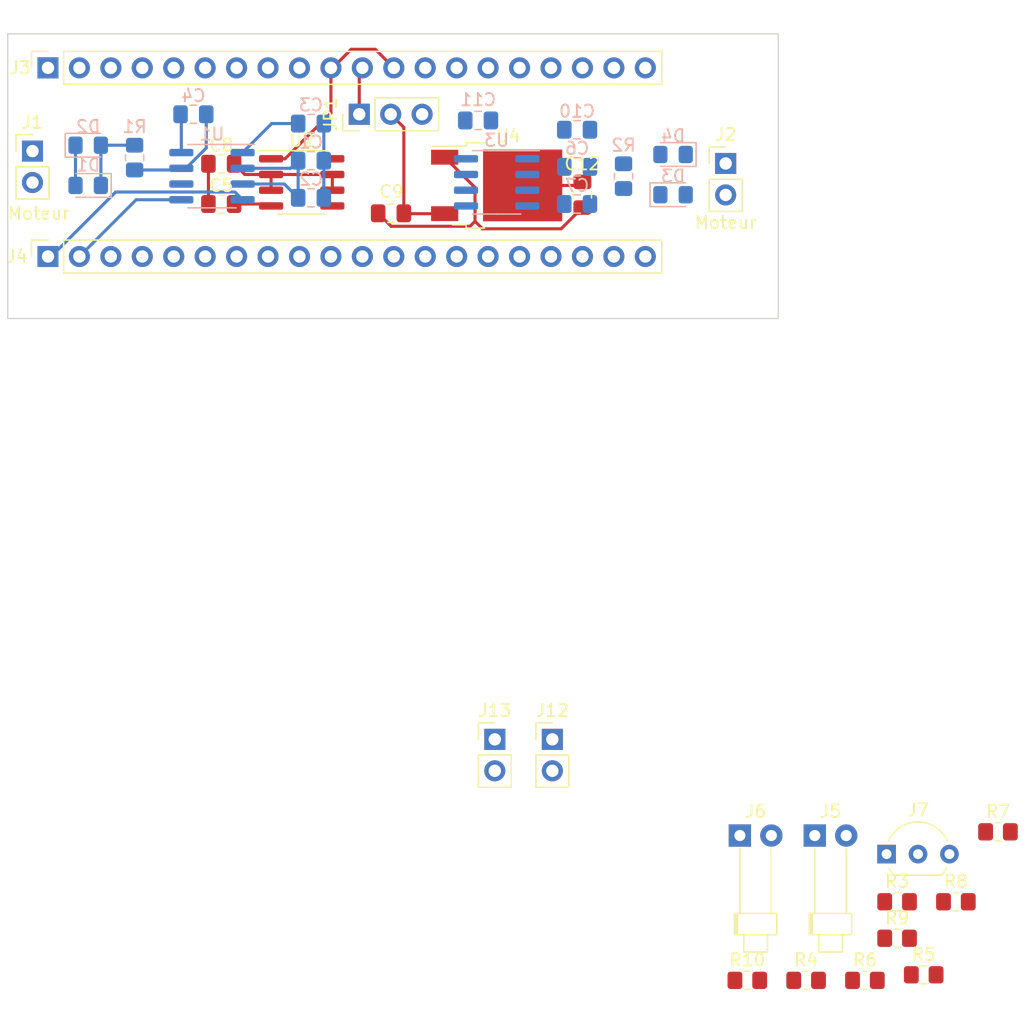
<source format=kicad_pcb>
(kicad_pcb (version 20211014) (generator pcbnew)
  (layers (0 "F.Cu" signal) (31 "B.Cu" signal) (34 "B.Paste" user) (35 "F.Paste" user) (36 "B.SilkS" user "B.Silkscreen") (37 "F.SilkS" user "F.Silkscreen") (38 "B.Mask" user) (39 "F.Mask" user) (44 "Edge.Cuts" user))
  (net 0 "")
  (net 1 "/Carte Mere/6V")
  (net 2 "GND")
  (net 3 "Net-(C3-Pad1)")
  (net 4 "Net-(C4-Pad1)")
  (net 5 "/Carte Mere/9V")
  (net 6 "/Carte Mere/5V")
  (net 7 "Net-(C9-Pad1)")
  (net 8 "Net-(C10-Pad1)")
  (net 9 "Net-(C11-Pad1)")
  (net 10 "/Carte Mere/3.3V")
  (net 11 "Net-(D1-Pad1)")
  (net 12 "Net-(D3-Pad1)")
  (net 13 "/Carte Mere/P31_RX")
  (net 14 "/Carte Mere/P30_TX")
  (net 15 "/Carte Mere/P0")
  (net 16 "/Carte Mere/P1")
  (net 25 "Net-(J8-Pad1)")
  (net 27 "Net-(J8-Pad2)")
  (net 29 "Net-(J9-Pad1)")
  (net 31 "Net-(J9-Pad2)")
  (net 33 "Net-(J10-Pad1)")
  (net 35 "Net-(J10-Pad2)")
  (net 37 "Net-(J11-Pad1)")
  (net 39 "Net-(J11-Pad2)")
  (net 41 "/Carte Mere/P2")
  (net 42 "/Carte Mere/P3")
  (net 43 "/Carte Mere/P29_SDA")
  (net 44 "/Carte Mere/P28_SCL")
  (net 45 "/Carte Mere/P27")
  (net 46 "/Carte Mere/P26")
  (net 47 "/Carte Mere/P25")
  (net 48 "/Carte Mere/P24")
  (net 49 "/Carte Mere/P23")
  (net 50 "/Carte Mere/P22")
  (net 51 "/Carte Mere/P21")
  (net 52 "/Carte Mere/P20")
  (net 53 "/Carte Mere/P19")
  (net 54 "/Carte Mere/P18")
  (net 55 "/Carte Mere/P17")
  (net 56 "/Carte Mere/P16")
  (net 57 "/Carte Mere/P4")
  (net 58 "/Carte Mere/P5")
  (net 59 "/Carte Mere/P6")
  (net 60 "/Carte Mere/P7")
  (net 61 "/Carte Mere/RESET")
  (net 63 "/Carte Mere/P8")
  (net 64 "/Carte Mere/P9")
  (net 65 "/Carte Mere/P10")
  (net 66 "/Carte Mere/P11")
  (net 67 "/Carte Mere/P12")
  (net 68 "/Carte Mere/P13")
  (net 69 "/Carte Mere/P14")
  (net 70 "/Carte Mere/P15")
  (footprint "Resistor_SMD:R_0805_2012Metric_Pad1.20x1.40mm_HandSolder" (layer "F.Cu") (at 176.6 119.87)
    (fp_text reference "R8" (at 0 -1.65) (layer "F.SilkS"))
    (fp_text value "10kΩ")
    (fp_line (start -0.227064 -0.735) (end 0.227064 -0.735) (layer "F.SilkS") (width 0.12))
    (fp_line (start -0.227064 0.735) (end 0.227064 0.735) (layer "F.SilkS") (width 0.12))
    (pad "1" smd roundrect (at -1 0) (size 1.2 1.4) (layers "F.Cu" "F.Paste" "F.Mask") (roundrect_rratio 0.208333))
    (pad "2" smd roundrect (at 1 0) (size 1.2 1.4) (layers "F.Cu" "F.Paste" "F.Mask") (roundrect_rratio 0.208333) (net 35 "Net-(J10-Pad2)"))
  )
  (footprint "Resistor_SMD:R_0805_2012Metric_Pad1.20x1.40mm_HandSolder" (layer "F.Cu") (at 164.5 126.22)
    (fp_text reference "R4" (at 0 -1.65) (layer "F.SilkS"))
    (fp_text value "10kΩ")
    (fp_line (start -0.227064 -0.735) (end 0.227064 -0.735) (layer "F.SilkS") (width 0.12))
    (fp_line (start -0.227064 0.735) (end 0.227064 0.735) (layer "F.SilkS") (width 0.12))
    (pad "1" smd roundrect (at -1 0) (size 1.2 1.4) (layers "F.Cu" "F.Paste" "F.Mask") (roundrect_rratio 0.208333))
    (pad "2" smd roundrect (at 1 0) (size 1.2 1.4) (layers "F.Cu" "F.Paste" "F.Mask") (roundrect_rratio 0.208333) (net 27 "Net-(J8-Pad2)"))
  )
  (footprint "Connector_PinHeader_2.54mm:PinHeader_1x02_P2.54mm_Vertical" (layer "F.Cu") (at 144 106.75)
    (fp_text reference "J12" (at 0 -2.33) (layer "F.SilkS"))
    (fp_text value "Alim 6V")
    (fp_line (start -1.33 0) (end -1.33 -1.33) (layer "F.SilkS") (width 0.12))
    (fp_line (start -1.33 1.27) (end 1.33 1.27) (layer "F.SilkS") (width 0.12))
    (fp_line (start -1.33 -1.33) (end 0 -1.33) (layer "F.SilkS") (width 0.12))
    (fp_line (start -1.33 1.27) (end -1.33 3.87) (layer "F.SilkS") (width 0.12))
    (fp_line (start 1.33 1.27) (end 1.33 3.87) (layer "F.SilkS") (width 0.12))
    (fp_line (start -1.33 3.87) (end 1.33 3.87) (layer "F.SilkS") (width 0.12))
    (pad "1" thru_hole rect (at 0 0) (size 1.7 1.7) (drill 1) (layers *.Cu *.Mask))
    (pad "2" thru_hole oval (at 0 2.54) (size 1.7 1.7) (drill 1) (layers *.Cu *.Mask))
  )
  (footprint "Connector_PinHeader_2.54mm:PinHeader_1x02_P2.54mm_Vertical" (layer "F.Cu") (at 139.35 106.75)
    (fp_text reference "J13" (at 0 -2.33) (layer "F.SilkS"))
    (fp_text value "Alim 9V")
    (fp_line (start -1.33 1.27) (end -1.33 3.87) (layer "F.SilkS") (width 0.12))
    (fp_line (start -1.33 -1.33) (end 0 -1.33) (layer "F.SilkS") (width 0.12))
    (fp_line (start -1.33 3.87) (end 1.33 3.87) (layer "F.SilkS") (width 0.12))
    (fp_line (start -1.33 1.27) (end 1.33 1.27) (layer "F.SilkS") (width 0.12))
    (fp_line (start 1.33 1.27) (end 1.33 3.87) (layer "F.SilkS") (width 0.12))
    (fp_line (start -1.33 0) (end -1.33 -1.33) (layer "F.SilkS") (width 0.12))
    (pad "1" thru_hole rect (at 0 0) (size 1.7 1.7) (drill 1) (layers *.Cu *.Mask))
    (pad "2" thru_hole oval (at 0 2.54) (size 1.7 1.7) (drill 1) (layers *.Cu *.Mask))
  )
  (footprint "Package_SO:SOIC-8_3.9x4.9mm_P1.27mm" (layer "F.Cu") (at 123.75 61.75)
    (fp_text reference "U2" (at 0 -3.4) (layer "F.SilkS"))
    (fp_text value "MC33269DR2-5.0G")
    (fp_line (start 0 -2.56) (end -3.45 -2.56) (layer "F.SilkS") (width 0.12))
    (fp_line (start 0 -2.56) (end 1.95 -2.56) (layer "F.SilkS") (width 0.12))
    (fp_line (start 0 2.56) (end -1.95 2.56) (layer "F.SilkS") (width 0.12))
    (fp_line (start 0 2.56) (end 1.95 2.56) (layer "F.SilkS") (width 0.12))
    (pad "1" smd roundrect (at -2.475 -1.905) (size 1.95 0.6) (layers "F.Cu" "F.Paste" "F.Mask") (net 2 "GND"))
    (pad "2" smd roundrect (at -2.475 -0.635) (size 1.95 0.6) (layers "F.Cu" "F.Paste" "F.Mask") (net 6 "/Carte Mere/5V"))
    (pad "3" smd roundrect (at -2.475 0.635) (size 1.95 0.6) (layers "F.Cu" "F.Paste" "F.Mask") (net 6 "/Carte Mere/5V"))
    (pad "4" smd roundrect (at -2.475 1.905) (size 1.95 0.6) (layers "F.Cu" "F.Paste" "F.Mask") (net 5 "/Carte Mere/9V"))
    (pad "5" smd roundrect (at 2.475 1.905) (size 1.95 0.6) (layers "F.Cu" "F.Paste" "F.Mask"))
    (pad "6" smd roundrect (at 2.475 0.635) (size 1.95 0.6) (layers "F.Cu" "F.Paste" "F.Mask") (net 6 "/Carte Mere/5V"))
    (pad "7" smd roundrect (at 2.475 -0.635) (size 1.95 0.6) (layers "F.Cu" "F.Paste" "F.Mask") (net 6 "/Carte Mere/5V"))
    (pad "8" smd roundrect (at 2.475 -1.905) (size 1.95 0.6) (layers "F.Cu" "F.Paste" "F.Mask"))
  )
  (footprint "Resistor_SMD:R_0805_2012Metric_Pad1.20x1.40mm_HandSolder" (layer "F.Cu") (at 174 125.77)
    (fp_text reference "R5" (at 0 -1.65) (layer "F.SilkS"))
    (fp_text value "500Ω")
    (fp_line (start -0.227064 -0.735) (end 0.227064 -0.735) (layer "F.SilkS") (width 0.12))
    (fp_line (start -0.227064 0.735) (end 0.227064 0.735) (layer "F.SilkS") (width 0.12))
    (pad "1" smd roundrect (at -1 0) (size 1.2 1.4) (layers "F.Cu" "F.Paste" "F.Mask") (roundrect_rratio 0.208333))
    (pad "2" smd roundrect (at 1 0) (size 1.2 1.4) (layers "F.Cu" "F.Paste" "F.Mask") (roundrect_rratio 0.208333) (net 29 "Net-(J9-Pad1)"))
  )
  (footprint "Capacitor_SMD:C_0805_2012Metric_Pad1.18x1.45mm_HandSolder" (layer "F.Cu") (at 146.425 62.75 -90)
    (fp_text reference "C12" (at -2.5 0 180) (layer "F.SilkS"))
    (fp_text value "10uf")
    (fp_line (start -0.261252 -0.735) (end 0.261252 -0.735) (layer "F.SilkS") (width 0.12))
    (fp_line (start -0.261252 0.735) (end 0.261252 0.735) (layer "F.SilkS") (width 0.12))
    (pad "1" smd roundrect (at -1.0375 0 270) (size 1.175 1.45) (layers "F.Cu" "F.Paste" "F.Mask") (roundrect_rratio 0.212766) (net 10 "/Carte Mere/3.3V"))
    (pad "2" smd roundrect (at 1.0375 0 270) (size 1.175 1.45) (layers "F.Cu" "F.Paste" "F.Mask") (roundrect_rratio 0.212766) (net 2 "GND"))
  )
  (footprint "Capacitor_SMD:C_0805_2012Metric_Pad1.18x1.45mm_HandSolder" (layer "F.Cu") (at 117.25 60.25 180)
    (fp_text reference "C8" (at 0 1.5) (layer "F.SilkS"))
    (fp_text value "10uf")
    (fp_line (start -0.261252 0.735) (end 0.261252 0.735) (layer "F.SilkS") (width 0.12))
    (fp_line (start -0.261252 -0.735) (end 0.261252 -0.735) (layer "F.SilkS") (width 0.12))
    (pad "1" smd roundrect (at -1.0375 0 180) (size 1.175 1.45) (layers "F.Cu" "F.Paste" "F.Mask") (roundrect_rratio 0.212766) (net 6 "/Carte Mere/5V"))
    (pad "2" smd roundrect (at 1.0375 0 180) (size 1.175 1.45) (layers "F.Cu" "F.Paste" "F.Mask") (roundrect_rratio 0.212766) (net 2 "GND"))
  )
  (footprint "Connector_PinHeader_2.54mm:PinHeader_1x02_P2.54mm_Vertical" (layer "F.Cu") (at 158 60.225)
    (fp_text reference "J2" (at 0 -2.33) (layer "F.SilkS"))
    (fp_text value "Moteur")
    (fp_line (start 1.33 1.27) (end 1.33 3.87) (layer "F.SilkS") (width 0.12))
    (fp_line (start -1.33 0) (end -1.33 -1.33) (layer "F.SilkS") (width 0.12))
    (fp_line (start -1.33 -1.33) (end 0 -1.33) (layer "F.SilkS") (width 0.12))
    (fp_line (start -1.33 3.87) (end 1.33 3.87) (layer "F.SilkS") (width 0.12))
    (fp_line (start -1.33 1.27) (end 1.33 1.27) (layer "F.SilkS") (width 0.12))
    (fp_line (start -1.33 1.27) (end -1.33 3.87) (layer "F.SilkS") (width 0.12))
    (pad "1" thru_hole rect (at 0 0) (size 1.7 1.7) (drill 1) (layers *.Cu *.Mask) (net 9 "Net-(C11-Pad1)"))
    (pad "2" thru_hole oval (at 0 2.54) (size 1.7 1.7) (drill 1) (layers *.Cu *.Mask) (net 8 "Net-(C10-Pad1)"))
  )
  (footprint "Capacitor_SMD:C_0805_2012Metric_Pad1.18x1.45mm_HandSolder" (layer "F.Cu") (at 130.9625 64.25 180)
    (fp_text reference "C9" (at -0.0375 1.75 180) (layer "F.SilkS"))
    (fp_text value "100nf")
    (fp_line (start -0.261252 0.735) (end 0.261252 0.735) (layer "F.SilkS") (width 0.12))
    (fp_line (start -0.261252 -0.735) (end 0.261252 -0.735) (layer "F.SilkS") (width 0.12))
    (pad "1" smd roundrect (at -1.0375 0 180) (size 1.175 1.45) (layers "F.Cu" "F.Paste" "F.Mask") (roundrect_rratio 0.212766) (net 7 "Net-(C9-Pad1)"))
    (pad "2" smd roundrect (at 1.0375 0 180) (size 1.175 1.45) (layers "F.Cu" "F.Paste" "F.Mask") (roundrect_rratio 0.212766) (net 2 "GND"))
  )
  (footprint "Connector_PinSocket_2.54mm:PinSocket_1x20_P2.54mm_Vertical" (layer "F.Cu") (at 103.25 52.5 90)
    (fp_text reference "J3" (at 0 -2.25 180) (layer "F.SilkS"))
    (fp_text value "01x20_Female")
    (fp_line (start 0 -1.33) (end 1.33 -1.33) (layer "F.SilkS") (width 0.12))
    (fp_line (start 1.33 1.27) (end 1.33 49.59) (layer "F.SilkS") (width 0.12))
    (fp_line (start 1.33 -1.33) (end 1.33 0) (layer "F.SilkS") (width 0.12))
    (fp_line (start -1.33 1.27) (end 1.33 1.27) (layer "F.SilkS") (width 0.12))
    (fp_line (start -1.33 1.27) (end -1.33 49.59) (layer "F.SilkS") (width 0.12))
    (fp_line (start -1.33 49.59) (end 1.33 49.59) (layer "F.SilkS") (width 0.12))
    (pad "1" thru_hole rect (at 0 0 90) (size 1.7 1.7) (drill 1) (layers *.Cu *.Mask) (net 13 "/Carte Mere/P31_RX"))
    (pad "2" thru_hole oval (at 0 2.54 90) (size 1.7 1.7) (drill 1) (layers *.Cu *.Mask) (net 14 "/Carte Mere/P30_TX"))
    (pad "3" thru_hole oval (at 0 5.08 90) (size 1.7 1.7) (drill 1) (layers *.Cu *.Mask) (net 43 "/Carte Mere/P29_SDA"))
    (pad "4" thru_hole oval (at 0 7.62 90) (size 1.7 1.7) (drill 1) (layers *.Cu *.Mask) (net 44 "/Carte Mere/P28_SCL"))
    (pad "5" thru_hole oval (at 0 10.16 90) (size 1.7 1.7) (drill 1) (layers *.Cu *.Mask) (net 45 "/Carte Mere/P27"))
    (pad "6" thru_hole oval (at 0 12.7 90) (size 1.7 1.7) (drill 1) (layers *.Cu *.Mask) (net 46 "/Carte Mere/P26"))
    (pad "7" thru_hole oval (at 0 15.24 90) (size 1.7 1.7) (drill 1) (layers *.Cu *.Mask) (net 47 "/Carte Mere/P25"))
    (pad "8" thru_hole oval (at 0 17.78 90) (size 1.7 1.7) (drill 1) (layers *.Cu *.Mask) (net 48 "/Carte Mere/P24"))
    (pad "9" thru_hole oval (at 0 20.32 90) (size 1.7 1.7) (drill 1) (layers *.Cu *.Mask) (net 10 "/Carte Mere/3.3V"))
    (pad "10" thru_hole oval (at 0 22.86 90) (size 1.7 1.7) (drill 1) (layers *.Cu *.Mask) (net 2 "GND"))
    (pad "11" thru_hole oval (at 0 25.4 90) (size 1.7 1.7) (drill 1) (layers *.Cu *.Mask) (net 6 "/Carte Mere/5V"))
    (pad "12" thru_hole oval (at 0 27.94 90) (size 1.7 1.7) (drill 1) (layers *.Cu *.Mask) (net 2 "GND"))
    (pad "13" thru_hole oval (at 0 30.48 90) (size 1.7 1.7) (drill 1) (layers *.Cu *.Mask) (net 49 "/Carte Mere/P23"))
    (pad "14" thru_hole oval (at 0 33.02 90) (size 1.7 1.7) (drill 1) (layers *.Cu *.Mask) (net 50 "/Carte Mere/P22"))
    (pad "15" thru_hole oval (at 0 35.56 90) (size 1.7 1.7) (drill 1) (layers *.Cu *.Mask) (net 51 "/Carte Mere/P21"))
    (pad "16" thru_hole oval (at 0 38.1 90) (size 1.7 1.7) (drill 1) (layers *.Cu *.Mask) (net 52 "/Carte Mere/P20"))
    (pad "17" thru_hole oval (at 0 40.64 90) (size 1.7 1.7) (drill 1) (layers *.Cu *.Mask) (net 53 "/Carte Mere/P19"))
    (pad "18" thru_hole oval (at 0 43.18 90) (size 1.7 1.7) (drill 1) (layers *.Cu *.Mask) (net 54 "/Carte Mere/P18"))
    (pad "19" thru_hole oval (at 0 45.72 90) (size 1.7 1.7) (drill 1) (layers *.Cu *.Mask) (net 55 "/Carte Mere/P17"))
    (pad "20" thru_hole oval (at 0 48.26 90) (size 1.7 1.7) (drill 1) (layers *.Cu *.Mask) (net 56 "/Carte Mere/P16"))
  )
  (footprint "Resistor_SMD:R_0805_2012Metric_Pad1.20x1.40mm_HandSolder" (layer "F.Cu") (at 159.75 126.22)
    (fp_text reference "R10" (at 0 -1.65) (layer "F.SilkS"))
    (fp_text value "10kΩ")
    (fp_line (start -0.227064 0.735) (end 0.227064 0.735) (layer "F.SilkS") (width 0.12))
    (fp_line (start -0.227064 -0.735) (end 0.227064 -0.735) (layer "F.SilkS") (width 0.12))
    (pad "1" smd roundrect (at -1 0) (size 1.2 1.4) (layers "F.Cu" "F.Paste" "F.Mask") (roundrect_rratio 0.208333))
    (pad "2" smd roundrect (at 1 0) (size 1.2 1.4) (layers "F.Cu" "F.Paste" "F.Mask") (roundrect_rratio 0.208333) (net 39 "Net-(J11-Pad2)"))
  )
  (footprint "Connector_PinHeader_2.54mm:PinHeader_1x03_P2.54mm_Vertical" (layer "F.Cu") (at 128.4 56.25 90)
    (fp_text reference "JP1" (at 0 -2.33 90) (layer "F.SilkS"))
    (fp_text value "Jumper_3_Bridge")
    (fp_line (start 1.33 1.27) (end 1.33 6.41) (layer "F.SilkS") (width 0.12))
    (fp_line (start -1.33 -1.33) (end 0 -1.33) (layer "F.SilkS") (width 0.12))
    (fp_line (start -1.33 1.27) (end -1.33 6.41) (layer "F.SilkS") (width 0.12))
    (fp_line (start -1.33 6.41) (end 1.33 6.41) (layer "F.SilkS") (width 0.12))
    (fp_line (start -1.33 0) (end -1.33 -1.33) (layer "F.SilkS") (width 0.12))
    (fp_line (start -1.33 1.27) (end 1.33 1.27) (layer "F.SilkS") (width 0.12))
    (pad "1" thru_hole rect (at 0 0 90) (size 1.7 1.7) (drill 1) (layers *.Cu *.Mask) (net 6 "/Carte Mere/5V"))
    (pad "2" thru_hole oval (at 0 2.54 90) (size 1.7 1.7) (drill 1) (layers *.Cu *.Mask) (net 7 "Net-(C9-Pad1)"))
    (pad "3" thru_hole oval (at 0 5.08 90) (size 1.7 1.7) (drill 1) (layers *.Cu *.Mask) (net 5 "/Carte Mere/9V"))
  )
  (footprint "Resistor_SMD:R_0805_2012Metric_Pad1.20x1.40mm_HandSolder" (layer "F.Cu") (at 180 114.22)
    (fp_text reference "R7" (at 0 -1.65) (layer "F.SilkS"))
    (fp_text value "500Ω")
    (fp_line (start -0.227064 -0.735) (end 0.227064 -0.735) (layer "F.SilkS") (width 0.12))
    (fp_line (start -0.227064 0.735) (end 0.227064 0.735) (layer "F.SilkS") (width 0.12))
    (pad "1" smd roundrect (at -1 0) (size 1.2 1.4) (layers "F.Cu" "F.Paste" "F.Mask") (roundrect_rratio 0.208333))
    (pad "2" smd roundrect (at 1 0) (size 1.2 1.4) (layers "F.Cu" "F.Paste" "F.Mask") (roundrect_rratio 0.208333) (net 33 "Net-(J10-Pad1)"))
  )
  (footprint "Resistor_SMD:R_0805_2012Metric_Pad1.20x1.40mm_HandSolder" (layer "F.Cu") (at 171.85 119.87)
    (fp_text reference "R3" (at 0 -1.65) (layer "F.SilkS"))
    (fp_text value "500Ω")
    (fp_line (start -0.227064 -0.735) (end 0.227064 -0.735) (layer "F.SilkS") (width 0.12))
    (fp_line (start -0.227064 0.735) (end 0.227064 0.735) (layer "F.SilkS") (width 0.12))
    (pad "1" smd roundrect (at -1 0) (size 1.2 1.4) (layers "F.Cu" "F.Paste" "F.Mask") (roundrect_rratio 0.208333))
    (pad "2" smd roundrect (at 1 0) (size 1.2 1.4) (layers "F.Cu" "F.Paste" "F.Mask") (roundrect_rratio 0.208333) (net 25 "Net-(J8-Pad1)"))
  )
  (footprint "Connector_PinSocket_2.54mm:PinSocket_1x20_P2.54mm_Vertical" (layer "F.Cu") (at 103.25 67.74 90)
    (fp_text reference "J4" (at 0 -2.5 180) (layer "F.SilkS"))
    (fp_text value "01x20_Female")
    (fp_line (start 1.33 -1.33) (end 1.33 0) (layer "F.SilkS") (width 0.12))
    (fp_line (start 0 -1.33) (end 1.33 -1.33) (layer "F.SilkS") (width 0.12))
    (fp_line (start -1.33 49.59) (end 1.33 49.59) (layer "F.SilkS") (width 0.12))
    (fp_line (start 1.33 1.27) (end 1.33 49.59) (layer "F.SilkS") (width 0.12))
    (fp_line (start -1.33 1.27) (end 1.33 1.27) (layer "F.SilkS") (width 0.12))
    (fp_line (start -1.33 1.27) (end -1.33 49.59) (layer "F.SilkS") (width 0.12))
    (pad "1" thru_hole rect (at 0 0 90) (size 1.7 1.7) (drill 1) (layers *.Cu *.Mask) (net 15 "/Carte Mere/P0"))
    (pad "2" thru_hole oval (at 0 2.54 90) (size 1.7 1.7) (drill 1) (layers *.Cu *.Mask) (net 16 "/Carte Mere/P1"))
    (pad "3" thru_hole oval (at 0 5.08 90) (size 1.7 1.7) (drill 1) (layers *.Cu *.Mask) (net 41 "/Carte Mere/P2"))
    (pad "4" thru_hole oval (at 0 7.62 90) (size 1.7 1.7) (drill 1) (layers *.Cu *.Mask) (net 42 "/Carte Mere/P3"))
    (pad "5" thru_hole oval (at 0 10.16 90) (size 1.7 1.7) (drill 1) (layers *.Cu *.Mask) (net 57 "/Carte Mere/P4"))
    (pad "6" thru_hole oval (at 0 12.7 90) (size 1.7 1.7) (drill 1) (layers *.Cu *.Mask) (net 58 "/Carte Mere/P5"))
    (pad "7" thru_hole oval (at 0 15.24 90) (size 1.7 1.7) (drill 1) (layers *.Cu *.Mask) (net 59 "/Carte Mere/P6"))
    (pad "8" thru_hole oval (at 0 17.78 90) (size 1.7 1.7) (drill 1) (layers *.Cu *.Mask) (net 60 "/Carte Mere/P7"))
    (pad "9" thru_hole oval (at 0 20.32 90) (size 1.7 1.7) (drill 1) (layers *.Cu *.Mask) (net 2 "GND"))
    (pad "10" thru_hole oval (at 0 22.86 90) (size 1.7 1.7) (drill 1) (layers *.Cu *.Mask) (net 10 "/Carte Mere/3.3V"))
    (pad "11" thru_hole oval (at 0 25.4 90) (size 1.7 1.7) (drill 1) (layers *.Cu *.Mask) (net 61 "/Carte Mere/RESET"))
    (pad "12" thru_hole oval (at 0 27.94 90) (size 1.7 1.7) (drill 1) (layers *.Cu *.Mask))
    (pad "13" thru_hole oval (at 0 30.48 90) (size 1.7 1.7) (drill 1) (layers *.Cu *.Mask) (net 63 "/Carte Mere/P8"))
    (pad "14" thru_hole oval (at 0 33.02 90) (size 1.7 1.7) (drill 1) (layers *.Cu *.Mask) (net 64 "/Carte Mere/P9"))
    (pad "15" thru_hole oval (at 0 35.56 90) (size 1.7 1.7) (drill 1) (layers *.Cu *.Mask) (net 65 "/Carte Mere/P10"))
    (pad "16" thru_hole oval (at 0 38.1 90) (size 1.7 1.7) (drill 1) (layers *.Cu *.Mask) (net 66 "/Carte Mere/P11"))
    (pad "17" thru_hole oval (at 0 40.64 90) (size 1.7 1.7) (drill 1) (layers *.Cu *.Mask) (net 67 "/Carte Mere/P12"))
    (pad "18" thru_hole oval (at 0 43.18 90) (size 1.7 1.7) (drill 1) (layers *.Cu *.Mask) (net 68 "/Carte Mere/P13"))
    (pad "19" thru_hole oval (at 0 45.72 90) (size 1.7 1.7) (drill 1) (layers *.Cu *.Mask) (net 69 "/Carte Mere/P14"))
    (pad "20" thru_hole oval (at 0 48.26 90) (size 1.7 1.7) (drill 1) (layers *.Cu *.Mask) (net 70 "/Carte Mere/P15"))
  )
  (footprint "LED_THT:LED_D1.8mm_W1.8mm_H2.4mm_Horizontal_O6.35mm_Z8.2mm" (layer "F.Cu") (at 159.15 114.52)
    (fp_text reference "J6" (at 1.27 -1.96) (layer "F.SilkS"))
    (fp_text value "IR204")
    (fp_line (start 2.54 6.29) (end 2.54 1.08) (layer "F.SilkS") (width 0.12))
    (fp_line (start 0 6.29) (end 0 6.29) (layer "F.SilkS") (width 0.12))
    (fp_line (start 2.23 9.41) (end 2.23 8.01) (layer "F.SilkS") (width 0.12))
    (fp_line (start 2.98 8.01) (end 2.98 6.29) (layer "F.SilkS") (width 0.12))
    (fp_line (start 0.31 8.01) (end 0.31 9.41) (layer "F.SilkS") (width 0.12))
    (fp_line (start -0.44 8.01) (end 2.98 8.01) (layer "F.SilkS") (width 0.12))
    (fp_line (start 2.54 6.29) (end 2.54 6.29) (layer "F.SilkS") (width 0.12))
    (fp_line (start -0.44 6.29) (end -0.44 8.01) (layer "F.SilkS") (width 0.12))
    (fp_line (start 2.54 1.08) (end 2.54 6.29) (layer "F.SilkS") (width 0.12))
    (fp_line (start -0.32 6.29) (end -0.32 8.01) (layer "F.SilkS") (width 0.12))
    (fp_line (start -0.2 6.29) (end -0.2 8.01) (layer "F.SilkS") (width 0.12))
    (fp_line (start 0 1.08) (end 0 6.29) (layer "F.SilkS") (width 0.12))
    (fp_line (start 0 1.08) (end 0 1.08) (layer "F.SilkS") (width 0.12))
    (fp_line (start 0.31 9.41) (end 2.23 9.41) (layer "F.SilkS") (width 0.12))
    (fp_line (start 2.98 6.29) (end -0.44 6.29) (layer "F.SilkS") (width 0.12))
    (fp_line (start 0 6.29) (end 0 1.08) (layer "F.SilkS") (width 0.12))
    (fp_line (start 2.54 1.08) (end 2.54 1.08) (layer "F.SilkS") (width 0.12))
    (fp_line (start 2.23 8.01) (end 0.31 8.01) (layer "F.SilkS") (width 0.12))
    (pad "1" thru_hole rect (at 0 0) (size 1.8 1.8) (drill 0.9) (layers *.Cu *.Mask))
    (pad "2" thru_hole circle (at 2.54 0) (size 1.8 1.8) (drill 0.9) (layers *.Cu *.Mask))
  )
  (footprint "Package_TO_SOT_THT:TO-92L_Inline_Wide" (layer "F.Cu") (at 171 116.02)
    (fp_text reference "J7" (at 2.54 -3.56) (layer "F.SilkS"))
    (fp_text value "TL1838")
    (fp_line (start 0.6 1.7) (end 4.45 1.7) (layer "F.SilkS") (width 0.12))
    (fp_arc (start 0.1836 -1.098807) (mid 1.143021 -2.192817) (end 2.54 -2.6) (layer "F.SilkS") (width 0.12))
    (fp_arc (start 4.842383 1.112264) (mid 4.666594 1.419753) (end 4.45 1.7) (layer "F.SilkS") (width 0.12))
    (fp_arc (start 0.6 1.7) (mid 0.389183 1.423933) (end 0.217369 1.122045) (layer "F.SilkS") (width 0.12))
    (fp_arc (start 2.54 -2.6) (mid 3.936979 -2.192818) (end 4.8964 -1.098807) (layer "F.SilkS") (width 0.12))
    (pad "1" thru_hole rect (at 0 0) (size 1.5 1.5) (drill 0.8) (layers *.Cu *.Mask))
    (pad "2" thru_hole circle (at 2.54 0) (size 1.5 1.5) (drill 0.8) (layers *.Cu *.Mask))
    (pad "3" thru_hole circle (at 5.08 0) (size 1.5 1.5) (drill 0.8) (layers *.Cu *.Mask))
  )
  (footprint "LED_THT:LED_D1.8mm_W1.8mm_H2.4mm_Horizontal_O6.35mm_Z8.2mm" (layer "F.Cu") (at 165.2 114.52)
    (fp_text reference "J5" (at 1.27 -1.96) (layer "F.SilkS"))
    (fp_text value "IR204")
    (fp_line (start 2.98 8.01) (end 2.98 6.29) (layer "F.SilkS") (width 0.12))
    (fp_line (start 0.31 8.01) (end 0.31 9.41) (layer "F.SilkS") (width 0.12))
    (fp_line (start 2.54 1.08) (end 2.54 6.29) (layer "F.SilkS") (width 0.12))
    (fp_line (start -0.44 6.29) (end -0.44 8.01) (layer "F.SilkS") (width 0.12))
    (fp_line (start -0.2 6.29) (end -0.2 8.01) (layer "F.SilkS") (width 0.12))
    (fp_line (start 2.23 8.01) (end 0.31 8.01) (layer "F.SilkS") (width 0.12))
    (fp_line (start -0.32 6.29) (end -0.32 8.01) (layer "F.SilkS") (width 0.12))
    (fp_line (start 2.54 6.29) (end 2.54 6.29) (layer "F.SilkS") (width 0.12))
    (fp_line (start 2.54 6.29) (end 2.54 1.08) (layer "F.SilkS") (width 0.12))
    (fp_line (start 0 1.08) (end 0 1.08) (layer "F.SilkS") (width 0.12))
    (fp_line (start 2.23 9.41) (end 2.23 8.01) (layer "F.SilkS") (width 0.12))
    (fp_line (start 2.98 6.29) (end -0.44 6.29) (layer "F.SilkS") (width 0.12))
    (fp_line (start 2.54 1.08) (end 2.54 1.08) (layer "F.SilkS") (width 0.12))
    (fp_line (start 0 6.29) (end 0 6.29) (layer "F.SilkS") (width 0.12))
    (fp_line (start 0 6.29) (end 0 1.08) (layer "F.SilkS") (width 0.12))
    (fp_line (start 0.31 9.41) (end 2.23 9.41) (layer "F.SilkS") (width 0.12))
    (fp_line (start -0.44 8.01) (end 2.98 8.01) (layer "F.SilkS") (width 0.12))
    (fp_line (start 0 1.08) (end 0 6.29) (layer "F.SilkS") (width 0.12))
    (pad "1" thru_hole rect (at 0 0) (size 1.8 1.8) (drill 0.9) (layers *.Cu *.Mask))
    (pad "2" thru_hole circle (at 2.54 0) (size 1.8 1.8) (drill 0.9) (layers *.Cu *.Mask))
  )
  (footprint "Resistor_SMD:R_0805_2012Metric_Pad1.20x1.40mm_HandSolder" (layer "F.Cu") (at 171.85 122.82)
    (fp_text reference "R9" (at 0 -1.65) (layer "F.SilkS"))
    (fp_text value "500Ω")
    (fp_line (start -0.227064 0.735) (end 0.227064 0.735) (layer "F.SilkS") (width 0.12))
    (fp_line (start -0.227064 -0.735) (end 0.227064 -0.735) (layer "F.SilkS") (width 0.12))
    (pad "1" smd roundrect (at -1 0) (size 1.2 1.4) (layers "F.Cu" "F.Paste" "F.Mask") (roundrect_rratio 0.208333))
    (pad "2" smd roundrect (at 1 0) (size 1.2 1.4) (layers "F.Cu" "F.Paste" "F.Mask") (roundrect_rratio 0.208333) (net 37 "Net-(J11-Pad1)"))
  )
  (footprint "Resistor_SMD:R_0805_2012Metric_Pad1.20x1.40mm_HandSolder" (layer "F.Cu") (at 169.25 126.22)
    (fp_text reference "R6" (at 0 -1.65) (layer "F.SilkS"))
    (fp_text value "10kΩ")
    (fp_line (start -0.227064 0.735) (end 0.227064 0.735) (layer "F.SilkS") (width 0.12))
    (fp_line (start -0.227064 -0.735) (end 0.227064 -0.735) (layer "F.SilkS") (width 0.12))
    (pad "1" smd roundrect (at -1 0) (size 1.2 1.4) (layers "F.Cu" "F.Paste" "F.Mask") (roundrect_rratio 0.208333))
    (pad "2" smd roundrect (at 1 0) (size 1.2 1.4) (layers "F.Cu" "F.Paste" "F.Mask") (roundrect_rratio 0.208333) (net 31 "Net-(J9-Pad2)"))
  )
  (footprint "Connector_PinHeader_2.54mm:PinHeader_1x02_P2.54mm_Vertical" (layer "F.Cu") (at 102 59.225)
    (fp_text reference "J1" (at 0 -2.33) (layer "F.SilkS"))
    (fp_text value "Moteur")
    (fp_line (start 1.33 1.27) (end 1.33 3.87) (layer "F.SilkS") (width 0.12))
    (fp_line (start -1.33 -1.33) (end 0 -1.33) (layer "F.SilkS") (width 0.12))
    (fp_line (start -1.33 0) (end -1.33 -1.33) (layer "F.SilkS") (width 0.12))
    (fp_line (start -1.33 1.27) (end 1.33 1.27) (layer "F.SilkS") (width 0.12))
    (fp_line (start -1.33 3.87) (end 1.33 3.87) (layer "F.SilkS") (width 0.12))
    (fp_line (start -1.33 1.27) (end -1.33 3.87) (layer "F.SilkS") (width 0.12))
    (pad "1" thru_hole rect (at 0 0) (size 1.7 1.7) (drill 1) (layers *.Cu *.Mask) (net 4 "Net-(C4-Pad1)"))
    (pad "2" thru_hole oval (at 0 2.54) (size 1.7 1.7) (drill 1) (layers *.Cu *.Mask) (net 3 "Net-(C3-Pad1)"))
  )
  (footprint "Capacitor_SMD:C_0805_2012Metric_Pad1.18x1.45mm_HandSolder" (layer "F.Cu") (at 117.25 63.5 180)
    (fp_text reference "C5" (at 0 1.5) (layer "F.SilkS"))
    (fp_text value "0.33uf")
    (fp_line (start -0.261252 0.735) (end 0.261252 0.735) (layer "F.SilkS") (width 0.12))
    (fp_line (start -0.261252 -0.735) (end 0.261252 -0.735) (layer "F.SilkS") (width 0.12))
    (pad "1" smd roundrect (at -1.0375 0 180) (size 1.175 1.45) (layers "F.Cu" "F.Paste" "F.Mask") (roundrect_rratio 0.212766) (net 5 "/Carte Mere/9V"))
    (pad "2" smd roundrect (at 1.0375 0 180) (size 1.175 1.45) (layers "F.Cu" "F.Paste" "F.Mask") (roundrect_rratio 0.212766) (net 2 "GND"))
  )
  (footprint "Package_TO_SOT_SMD:TO-252-2" (layer "F.Cu") (at 139.5 62)
    (fp_text reference "U4" (at 0.925 -4) (layer "F.SilkS"))
    (fp_text value "LD1117S33TR_SOT223")
    (fp_line (start -0.97 3.45) (end -2.47 3.45) (layer "F.SilkS") (width 0.12))
    (fp_line (start -2.47 3.45) (end -2.47 3.18) (layer "F.SilkS") (width 0.12))
    (fp_line (start -2.47 -3.45) (end -2.47 -3.18) (layer "F.SilkS") (width 0.12))
    (fp_line (start -2.47 -3.18) (end -5.3 -3.18) (layer "F.SilkS") (width 0.12))
    (fp_line (start -0.97 -3.45) (end -2.47 -3.45) (layer "F.SilkS") (width 0.12))
    (fp_line (start -2.47 3.18) (end -3.57 3.18) (layer "F.SilkS") (width 0.12))
    (pad "1" smd rect (at -4.2 -2.28) (size 2.2 1.2) (layers "F.Cu" "F.Paste" "F.Mask") (net 2 "GND"))
    (pad "2" smd rect (at 2.1 0) (size 6.4 5.8) (layers "F.Cu" "F.Mask") (net 10 "/Carte Mere/3.3V"))
    (pad "3" smd rect (at -4.2 2.28) (size 2.2 1.2) (layers "F.Cu" "F.Paste" "F.Mask") (net 7 "Net-(C9-Pad1)"))
  )
  (footprint "Diode_SMD:D_0805_2012Metric_Pad1.15x1.40mm_HandSolder" (layer "B.Cu") (at 106.5 58.75)
    (fp_text reference "D2" (at 0 -1.5) (layer "B.SilkS") (effects (justify mirror)))
    (fp_text value "Rouge")
    (fp_line (start 1 0.96) (end -1.86 0.96) (layer "B.SilkS") (width 0.12))
    (fp_line (start -1.86 0.96) (end -1.86 -0.96) (layer "B.SilkS") (width 0.12))
    (fp_line (start -1.86 -0.96) (end 1 -0.96) (layer "B.SilkS") (width 0.12))
    (pad "1" smd roundrect (at -1.025 0) (size 1.15 1.4) (layers "B.Cu" "B.Paste" "B.Mask") (roundrect_rratio 0.217391) (net 3 "Net-(C3-Pad1)"))
    (pad "2" smd roundrect (at 1.025 0) (size 1.15 1.4) (layers "B.Cu" "B.Paste" "B.Mask") (roundrect_rratio 0.217391) (net 11 "Net-(D1-Pad1)"))
  )
  (footprint "Capacitor_SMD:C_0805_2012Metric_Pad1.18x1.45mm_HandSolder" (layer "B.Cu") (at 146 63.5)
    (fp_text reference "C7" (at 0 -1.5) (layer "B.SilkS") (effects (justify mirror)))
    (fp_text value "1uf")
    (fp_line (start -0.261252 -0.735) (end 0.261252 -0.735) (layer "B.SilkS") (width 0.12))
    (fp_line (start -0.261252 0.735) (end 0.261252 0.735) (layer "B.SilkS") (width 0.12))
    (pad "1" smd roundrect (at -1.0375 0) (size 1.175 1.45) (layers "B.Cu" "B.Paste" "B.Mask") (roundrect_rratio 0.212766) (net 1 "/Carte Mere/6V"))
    (pad "2" smd roundrect (at 1.0375 0) (size 1.175 1.45) (layers "B.Cu" "B.Paste" "B.Mask") (roundrect_rratio 0.212766) (net 2 "GND"))
  )
  (footprint "Package_SO:SOIC-8_3.9x4.9mm_P1.27mm" (layer "B.Cu") (at 116.5 61.25 180)
    (fp_text reference "U1" (at 0 3.4) (layer "B.SilkS") (effects (justify mirror)))
    (fp_text value "ZXBM5210-S")
    (fp_line (start 0 2.56) (end -3.45 2.56) (layer "B.SilkS") (width 0.12))
    (fp_line (start 0 -2.56) (end 1.95 -2.56) (layer "B.SilkS") (width 0.12))
    (fp_line (start 0 2.56) (end 1.95 2.56) (layer "B.SilkS") (width 0.12))
    (fp_line (start 0 -2.56) (end -1.95 -2.56) (layer "B.SilkS") (width 0.12))
    (pad "1" smd roundrect (at -2.475 1.905 180) (size 1.95 0.6) (layers "B.Cu" "B.Paste" "B.Mask") (net 3 "Net-(C3-Pad1)"))
    (pad "2" smd roundrect (at -2.475 0.635 180) (size 1.95 0.6) (layers "B.Cu" "B.Paste" "B.Mask") (net 1 "/Carte Mere/6V"))
    (pad "3" smd roundrect (at -2.475 -0.635 180) (size 1.95 0.6) (layers "B.Cu" "B.Paste" "B.Mask") (net 1 "/Carte Mere/6V"))
    (pad "4" smd roundrect (at -2.475 -1.905 180) (size 1.95 0.6) (layers "B.Cu" "B.Paste" "B.Mask") (net 15 "/Carte Mere/P0"))
    (pad "5" smd roundrect (at 2.475 -1.905 180) (size 1.95 0.6) (layers "B.Cu" "B.Paste" "B.Mask") (net 16 "/Carte Mere/P1"))
    (pad "6" smd roundrect (at 2.475 -0.635 180) (size 1.95 0.6) (layers "B.Cu" "B.Paste" "B.Mask") (net 1 "/Carte Mere/6V"))
    (pad "7" smd roundrect (at 2.475 0.635 180) (size 1.95 0.6) (layers "B.Cu" "B.Paste" "B.Mask") (net 4 "Net-(C4-Pad1)"))
    (pad "8" smd roundrect (at 2.475 1.905 180) (size 1.95 0.6) (layers "B.Cu" "B.Paste" "B.Mask") (net 2 "GND"))
  )
  (footprint "Diode_SMD:D_0805_2012Metric_Pad1.15x1.40mm_HandSolder" (layer "B.Cu") (at 106.5 62 180)
    (fp_text reference "D1" (at 0 1.65) (layer "B.SilkS") (effects (justify mirror)))
    (fp_text value "Verte")
    (fp_line (start 1 0.96) (end -1.86 0.96) (layer "B.SilkS") (width 0.12))
    (fp_line (start -1.86 0.96) (end -1.86 -0.96) (layer "B.SilkS") (width 0.12))
    (fp_line (start -1.86 -0.96) (end 1 -0.96) (layer "B.SilkS") (width 0.12))
    (pad "1" smd roundrect (at -1.025 0 180) (size 1.15 1.4) (layers "B.Cu" "B.Paste" "B.Mask") (roundrect_rratio 0.217391) (net 11 "Net-(D1-Pad1)"))
    (pad "2" smd roundrect (at 1.025 0 180) (size 1.15 1.4) (layers "B.Cu" "B.Paste" "B.Mask") (roundrect_rratio 0.217391) (net 3 "Net-(C3-Pad1)"))
  )
  (footprint "Capacitor_SMD:C_0805_2012Metric_Pad1.18x1.45mm_HandSolder" (layer "B.Cu") (at 138 56.75 180)
    (fp_text reference "C11" (at 0 1.68) (layer "B.SilkS") (effects (justify mirror)))
    (fp_text value "0.1uf")
    (fp_line (start -0.261252 0.735) (end 0.261252 0.735) (layer "B.SilkS") (width 0.12))
    (fp_line (start -0.261252 -0.735) (end 0.261252 -0.735) (layer "B.SilkS") (width 0.12))
    (pad "1" smd roundrect (at -1.0375 0 180) (size 1.175 1.45) (layers "B.Cu" "B.Paste" "B.Mask") (roundrect_rratio 0.212766) (net 9 "Net-(C11-Pad1)"))
    (pad "2" smd roundrect (at 1.0375 0 180) (size 1.175 1.45) (layers "B.Cu" "B.Paste" "B.Mask") (roundrect_rratio 0.212766) (net 2 "GND"))
  )
  (footprint "Capacitor_SMD:C_0805_2012Metric_Pad1.18x1.45mm_HandSolder" (layer "B.Cu") (at 124.5 60)
    (fp_text reference "C1" (at 0 -1.5) (layer "B.SilkS") (effects (justify mirror)))
    (fp_text value "1uf")
    (fp_line (start -0.261252 -0.735) (end 0.261252 -0.735) (layer "B.SilkS") (width 0.12))
    (fp_line (start -0.261252 0.735) (end 0.261252 0.735) (layer "B.SilkS") (width 0.12))
    (pad "1" smd roundrect (at -1.0375 0) (size 1.175 1.45) (layers "B.Cu" "B.Paste" "B.Mask") (roundrect_rratio 0.212766) (net 1 "/Carte Mere/6V"))
    (pad "2" smd roundrect (at 1.0375 0) (size 1.175 1.45) (layers "B.Cu" "B.Paste" "B.Mask") (roundrect_rratio 0.212766) (net 2 "GND"))
  )
  (footprint "Capacitor_SMD:C_0805_2012Metric_Pad1.18x1.45mm_HandSolder" (layer "B.Cu") (at 124.5 57)
    (fp_text reference "C3" (at 0 -1.5) (layer "B.SilkS") (effects (justify mirror)))
    (fp_text value "0.1uf")
    (fp_line (start -0.261252 0.735) (end 0.261252 0.735) (layer "B.SilkS") (width 0.12))
    (fp_line (start -0.261252 -0.735) (end 0.261252 -0.735) (layer "B.SilkS") (width 0.12))
    (pad "1" smd roundrect (at -1.0375 0) (size 1.175 1.45) (layers "B.Cu" "B.Paste" "B.Mask") (roundrect_rratio 0.212766) (net 3 "Net-(C3-Pad1)"))
    (pad "2" smd roundrect (at 1.0375 0) (size 1.175 1.45) (layers "B.Cu" "B.Paste" "B.Mask") (roundrect_rratio 0.212766) (net 2 "GND"))
  )
  (footprint "Diode_SMD:D_0805_2012Metric_Pad1.15x1.40mm_HandSolder" (layer "B.Cu") (at 153.75 62.75)
    (fp_text reference "D3" (at 0 -1.5) (layer "B.SilkS") (effects (justify mirror)))
    (fp_text value "Verte")
    (fp_line (start 1 0.96) (end -1.86 0.96) (layer "B.SilkS") (width 0.12))
    (fp_line (start -1.86 0.96) (end -1.86 -0.96) (layer "B.SilkS") (width 0.12))
    (fp_line (start -1.86 -0.96) (end 1 -0.96) (layer "B.SilkS") (width 0.12))
    (pad "1" smd roundrect (at -1.025 0) (size 1.15 1.4) (layers "B.Cu" "B.Paste" "B.Mask") (roundrect_rratio 0.217391) (net 12 "Net-(D3-Pad1)"))
    (pad "2" smd roundrect (at 1.025 0) (size 1.15 1.4) (layers "B.Cu" "B.Paste" "B.Mask") (roundrect_rratio 0.217391) (net 8 "Net-(C10-Pad1)"))
  )
  (footprint "Resistor_SMD:R_0805_2012Metric_Pad1.20x1.40mm_HandSolder" (layer "B.Cu") (at 110.25 59.75 90)
    (fp_text reference "R1" (at 2.5 0) (layer "B.SilkS") (effects (justify mirror)))
    (fp_text value "330")
    (fp_line (start -0.227064 -0.735) (end 0.227064 -0.735) (layer "B.SilkS") (width 0.12))
    (fp_line (start -0.227064 0.735) (end 0.227064 0.735) (layer "B.SilkS") (width 0.12))
    (pad "1" smd roundrect (at -1 0 90) (size 1.2 1.4) (layers "B.Cu" "B.Paste" "B.Mask") (roundrect_rratio 0.208333) (net 4 "Net-(C4-Pad1)"))
    (pad "2" smd roundrect (at 1 0 90) (size 1.2 1.4) (layers "B.Cu" "B.Paste" "B.Mask") (roundrect_rratio 0.208333) (net 11 "Net-(D1-Pad1)"))
  )
  (footprint "Capacitor_SMD:C_0805_2012Metric_Pad1.18x1.45mm_HandSolder" (layer "B.Cu") (at 146 57.5)
    (fp_text reference "C10" (at 0 -1.5) (layer "B.SilkS") (effects (justify mirror)))
    (fp_text value "0.1uf")
    (fp_line (start -0.261252 -0.735) (end 0.261252 -0.735) (layer "B.SilkS") (width 0.12))
    (fp_line (start -0.261252 0.735) (end 0.261252 0.735) (layer "B.SilkS") (width 0.12))
    (pad "1" smd roundrect (at -1.0375 0) (size 1.175 1.45) (layers "B.Cu" "B.Paste" "B.Mask") (roundrect_rratio 0.212766) (net 8 "Net-(C10-Pad1)"))
    (pad "2" smd roundrect (at 1.0375 0) (size 1.175 1.45) (layers "B.Cu" "B.Paste" "B.Mask") (roundrect_rratio 0.212766) (net 2 "GND"))
  )
  (footprint "Capacitor_SMD:C_0805_2012Metric_Pad1.18x1.45mm_HandSolder" (layer "B.Cu") (at 146 60.5)
    (fp_text reference "C6" (at 0 -1.5) (layer "B.SilkS") (effects (justify mirror)))
    (fp_text value "1uf")
    (fp_line (start -0.261252 0.735) (end 0.261252 0.735) (layer "B.SilkS") (width 0.12))
    (fp_line (start -0.261252 -0.735) (end 0.261252 -0.735) (layer "B.SilkS") (width 0.12))
    (pad "1" smd roundrect (at -1.0375 0) (size 1.175 1.45) (layers "B.Cu" "B.Paste" "B.Mask") (roundrect_rratio 0.212766) (net 1 "/Carte Mere/6V"))
    (pad "2" smd roundrect (at 1.0375 0) (size 1.175 1.45) (layers "B.Cu" "B.Paste" "B.Mask") (roundrect_rratio 0.212766) (net 2 "GND"))
  )
  (footprint "Capacitor_SMD:C_0805_2012Metric_Pad1.18x1.45mm_HandSolder" (layer "B.Cu") (at 115 56.25 180)
    (fp_text reference "C4" (at 0 1.5) (layer "B.SilkS") (effects (justify mirror)))
    (fp_text value "0.1uf")
    (fp_line (start -0.261252 0.735) (end 0.261252 0.735) (layer "B.SilkS") (width 0.12))
    (fp_line (start -0.261252 -0.735) (end 0.261252 -0.735) (layer "B.SilkS") (width 0.12))
    (pad "1" smd roundrect (at -1.0375 0 180) (size 1.175 1.45) (layers "B.Cu" "B.Paste" "B.Mask") (roundrect_rratio 0.212766) (net 4 "Net-(C4-Pad1)"))
    (pad "2" smd roundrect (at 1.0375 0 180) (size 1.175 1.45) (layers "B.Cu" "B.Paste" "B.Mask") (roundrect_rratio 0.212766) (net 2 "GND"))
  )
  (footprint "Diode_SMD:D_0805_2012Metric_Pad1.15x1.40mm_HandSolder" (layer "B.Cu") (at 153.75 59.5 180)
    (fp_text reference "D4" (at 0 1.5) (layer "B.SilkS") (effects (justify mirror)))
    (fp_text value "Rouge")
    (fp_line (start 1 0.96) (end -1.86 0.96) (layer "B.SilkS") (width 0.12))
    (fp_line (start -1.86 -0.96) (end 1 -0.96) (layer "B.SilkS") (width 0.12))
    (fp_line (start -1.86 0.96) (end -1.86 -0.96) (layer "B.SilkS") (width 0.12))
    (pad "1" smd roundrect (at -1.025 0 180) (size 1.15 1.4) (layers "B.Cu" "B.Paste" "B.Mask") (roundrect_rratio 0.217391) (net 8 "Net-(C10-Pad1)"))
    (pad "2" smd roundrect (at 1.025 0 180) (size 1.15 1.4) (layers "B.Cu" "B.Paste" "B.Mask") (roundrect_rratio 0.217391) (net 12 "Net-(D3-Pad1)"))
  )
  (footprint "Capacitor_SMD:C_0805_2012Metric_Pad1.18x1.45mm_HandSolder" (layer "B.Cu") (at 124.5 63)
    (fp_text reference "C2" (at 0 -1.5) (layer "B.SilkS") (effects (justify mirror)))
    (fp_text value "1uf")
    (fp_line (start -0.261252 0.735) (end 0.261252 0.735) (layer "B.SilkS") (width 0.12))
    (fp_line (start -0.261252 -0.735) (end 0.261252 -0.735) (layer "B.SilkS") (width 0.12))
    (pad "1" smd roundrect (at -1.0375 0) (size 1.175 1.45) (layers "B.Cu" "B.Paste" "B.Mask") (roundrect_rratio 0.212766) (net 1 "/Carte Mere/6V"))
    (pad "2" smd roundrect (at 1.0375 0) (size 1.175 1.45) (layers "B.Cu" "B.Paste" "B.Mask") (roundrect_rratio 0.212766) (net 2 "GND"))
  )
  (footprint "Resistor_SMD:R_0805_2012Metric_Pad1.20x1.40mm_HandSolder" (layer "B.Cu") (at 149.75 61.25 -90)
    (fp_text reference "R2" (at -2.5 0) (layer "B.SilkS") (effects (justify mirror)))
    (fp_text value "330")
    (fp_line (start -0.227064 0.735) (end 0.227064 0.735) (layer "B.SilkS") (width 0.12))
    (fp_line (start -0.227064 -0.735) (end 0.227064 -0.735) (layer "B.SilkS") (width 0.12))
    (pad "1" smd roundrect (at -1 0 270) (size 1.2 1.4) (layers "B.Cu" "B.Paste" "B.Mask") (roundrect_rratio 0.208333) (net 9 "Net-(C11-Pad1)"))
    (pad "2" smd roundrect (at 1 0 270) (size 1.2 1.4) (layers "B.Cu" "B.Paste" "B.Mask") (roundrect_rratio 0.208333) (net 12 "Net-(D3-Pad1)"))
  )
  (footprint "Package_SO:SOIC-8_3.9x4.9mm_P1.27mm" (layer "B.Cu") (at 139.5 61.75 180)
    (fp_text reference "U3" (at 0 3.4) (layer "B.SilkS") (effects (justify mirror)))
    (fp_text value "ZXBM5210-S")
    (fp_line (start 0 -2.56) (end 1.95 -2.56) (layer "B.SilkS") (width 0.12))
    (fp_line (start 0 2.56) (end -3.45 2.56) (layer "B.SilkS") (width 0.12))
    (fp_line (start 0 -2.56) (end -1.95 -2.56) (layer "B.SilkS") (width 0.12))
    (fp_line (start 0 2.56) (end 1.95 2.56) (layer "B.SilkS") (width 0.12))
    (pad "1" smd roundrect (at -2.475 1.905 180) (size 1.95 0.6) (layers "B.Cu" "B.Paste" "B.Mask") (net 8 "Net-(C10-Pad1)"))
    (pad "2" smd roundrect (at -2.475 0.635 180) (size 1.95 0.6) (layers "B.Cu" "B.Paste" "B.Mask") (net 1 "/Carte Mere/6V"))
    (pad "3" smd roundrect (at -2.475 -0.635 180) (size 1.95 0.6) (layers "B.Cu" "B.Paste" "B.Mask") (net 1 "/Carte Mere/6V"))
    (pad "4" smd roundrect (at -2.475 -1.905 180) (size 1.95 0.6) (layers "B.Cu" "B.Paste" "B.Mask") (net 41 "/Carte Mere/P2"))
    (pad "5" smd roundrect (at 2.475 -1.905 180) (size 1.95 0.6) (layers "B.Cu" "B.Paste" "B.Mask") (net 42 "/Carte Mere/P3"))
    (pad "6" smd roundrect (at 2.475 -0.635 180) (size 1.95 0.6) (layers "B.Cu" "B.Paste" "B.Mask") (net 1 "/Carte Mere/6V"))
    (pad "7" smd roundrect (at 2.475 0.635 180) (size 1.95 0.6) (layers "B.Cu" "B.Paste" "B.Mask") (net 9 "Net-(C11-Pad1)"))
    (pad "8" smd roundrect (at 2.475 1.905 180) (size 1.95 0.6) (layers "B.Cu" "B.Paste" "B.Mask") (net 2 "GND"))
  )
  (gr_rect (start 100 49.75) (end 162.25 72.75) (layer "Edge.Cuts") (width 0.1) (fill none))
  (gr_text "Moteur\n" (at 102.5 64.25) (layer "F.SilkS") (effects (font (size 1 1))))
  (gr_text "Moteur\n" (at 158 65) (layer "F.SilkS") (effects (font (size 1 1))))
  (segment (start 123.4625 63) (end 123.4625 60) (width 0.25) (layer "B.Cu") (net 1))
  (segment (start 118.975 61.885) (end 122.3475 61.885) (width 0.25) (layer "B.Cu") (net 1))
  (segment (start 122.3475 61.885) (end 123.4625 63) (width 0.25) (layer "B.Cu") (net 1))
  (segment (start 122.8475 60.615) (end 118.975 60.615) (width 0.25) (layer "B.Cu") (net 1))
  (segment (start 123.4625 60) (end 122.8475 60.615) (width 0.25) (layer "B.Cu") (net 1))
  (segment (start 122.405 59.845) (end 126.11 56.14) (width 0.25) (layer "F.Cu") (net 2))
  (segment (start 126.11 52.5) (end 126.25 52.5) (width 0.25) (layer "F.Cu") (net 2))
  (segment (start 137.349502 65.29952) (end 130.97452 65.29952) (width 0.25) (layer "F.Cu") (net 2))
  (segment (start 144.7125 65.5) (end 146.425 63.7875) (width 0.25) (layer "F.Cu") (net 2))
  (segment (start 135.3 59.72) (end 137.75 62.17) (width 0.25) (layer "F.Cu") (net 2))
  (segment (start 137.75 64.899022) (end 137.349502 65.29952) (width 0.25) (layer "F.Cu") (net 2))
  (segment (start 121.275 59.845) (end 122.405 59.845) (width 0.25) (layer "F.Cu") (net 2))
  (segment (start 137.75 62.17) (end 137.75 64.899022) (width 0.25) (layer "F.Cu") (net 2))
  (segment (start 116.2125 60.25) (end 116.2125 63.5) (width 0.25) (layer "F.Cu") (net 2))
  (segment (start 127.75 51) (end 129.69 51) (width 0.25) (layer "F.Cu") (net 2))
  (segment (start 130.97452 65.29952) (end 129.925 64.25) (width 0.25) (layer "F.Cu") (net 2))
  (segment (start 137.75 64.899022) (end 138.350978 65.5) (width 0.25) (layer "F.Cu") (net 2))
  (segment (start 129.69 51) (end 131.19 52.5) (width 0.25) (layer "F.Cu") (net 2))
  (segment (start 126.11 56.14) (end 126.11 52.5) (width 0.25) (layer "F.Cu") (net 2))
  (segment (start 138.350978 65.5) (end 144.7125 65.5) (width 0.25) (layer "F.Cu") (net 2))
  (segment (start 126.25 52.5) (end 127.75 51) (width 0.25) (layer "F.Cu") (net 2))
  (segment (start 125.5375 60) (end 125.5375 63) (width 0.25) (layer "B.Cu") (net 2))
  (segment (start 114.025 56.3125) (end 113.9625 56.25) (width 0.25) (layer "B.Cu") (net 2))
  (segment (start 114.025 59.345) (end 114.025 56.3125) (width 0.25) (layer "B.Cu") (net 2))
  (segment (start 125.5375 57) (end 125.5375 60) (width 0.25) (layer "B.Cu") (net 2))
  (segment (start 118.975 59.345) (end 121.32 57) (width 0.25) (layer "B.Cu") (net 3))
  (segment (start 105.475 62) (end 105.475 58.75) (width 0.25) (layer "B.Cu") (net 3))
  (segment (start 121.32 57) (end 123.4625 57) (width 0.25) (layer "B.Cu") (net 3))
  (segment (start 116.0375 58.978572) (end 114.401072 60.615) (width 0.25) (layer "B.Cu") (net 4))
  (segment (start 110.25 60.75) (end 113.89 60.75) (width 0.25) (layer "B.Cu") (net 4))
  (segment (start 114.401072 60.615) (end 114.025 60.615) (width 0.25) (layer "B.Cu") (net 4))
  (segment (start 113.89 60.75) (end 114.025 60.615) (width 0.25) (layer "B.Cu") (net 4))
  (segment (start 116.0375 56.25) (end 116.0375 58.978572) (width 0.25) (layer "B.Cu") (net 4))
  (segment (start 121.12 63.5) (end 121.275 63.655) (width 0.25) (layer "F.Cu") (net 5))
  (segment (start 118.2875 63.5) (end 121.12 63.5) (width 0.25) (layer "F.Cu") (net 5))
  (segment (start 118.2875 60.25) (end 119.1525 61.115) (width 0.25) (layer "F.Cu") (net 6))
  (segment (start 128.4 52.75) (end 128.65 52.5) (width 0.25) (layer "F.Cu") (net 6))
  (segment (start 128.4 56.25) (end 128.4 52.75) (width 0.25) (layer "F.Cu") (net 6))
  (segment (start 126.225 62.385) (end 126.225 61.115) (width 0.25) (layer "F.Cu") (net 6))
  (segment (start 121.275 61.115) (end 126.225 61.115) (width 0.25) (layer "F.Cu") (net 6))
  (segment (start 119.1525 61.115) (end 121.275 61.115) (width 0.25) (layer "F.Cu") (net 6))
  (segment (start 121.275 61.115) (end 121.275 62.385) (width 0.25) (layer "F.Cu") (net 6))
  (segment (start 132 64.25) (end 132.03 64.28) (width 0.25) (layer "F.Cu") (net 7))
  (segment (start 130.94 56.25) (end 132 57.31) (width 0.25) (layer "F.Cu") (net 7))
  (segment (start 132.03 64.28) (end 135.3 64.28) (width 0.25) (layer "F.Cu") (net 7))
  (segment (start 132 57.31) (end 132 64.25) (width 0.25) (layer "F.Cu") (net 7))
  (segment (start 146.1375 62) (end 141.6 62) (width 0.25) (layer "F.Cu") (net 10))
  (segment (start 146.425 61.7125) (end 146.1375 62) (width 0.25) (layer "F.Cu") (net 10))
  (segment (start 107.525 58.75) (end 107.525 62) (width 0.25) (layer "B.Cu") (net 11))
  (segment (start 110.25 58.75) (end 107.525 58.75) (width 0.25) (layer "B.Cu") (net 11))
  (segment (start 103.51 67.74) (end 103.25 67.74) (width 0.25) (layer "B.Cu") (net 15))
  (segment (start 108.71952 62.53048) (end 103.51 67.74) (width 0.25) (layer "B.Cu") (net 15))
  (segment (start 118.975 63.155) (end 118.35048 62.53048) (width 0.25) (layer "B.Cu") (net 15))
  (segment (start 118.35048 62.53048) (end 108.71952 62.53048) (width 0.25) (layer "B.Cu") (net 15))
  (segment (start 110.375 63.155) (end 114.025 63.155) (width 0.25) (layer "B.Cu") (net 16))
  (segment (start 105.79 67.74) (end 110.375 63.155) (width 0.25) (layer "B.Cu") (net 16))
)
</source>
